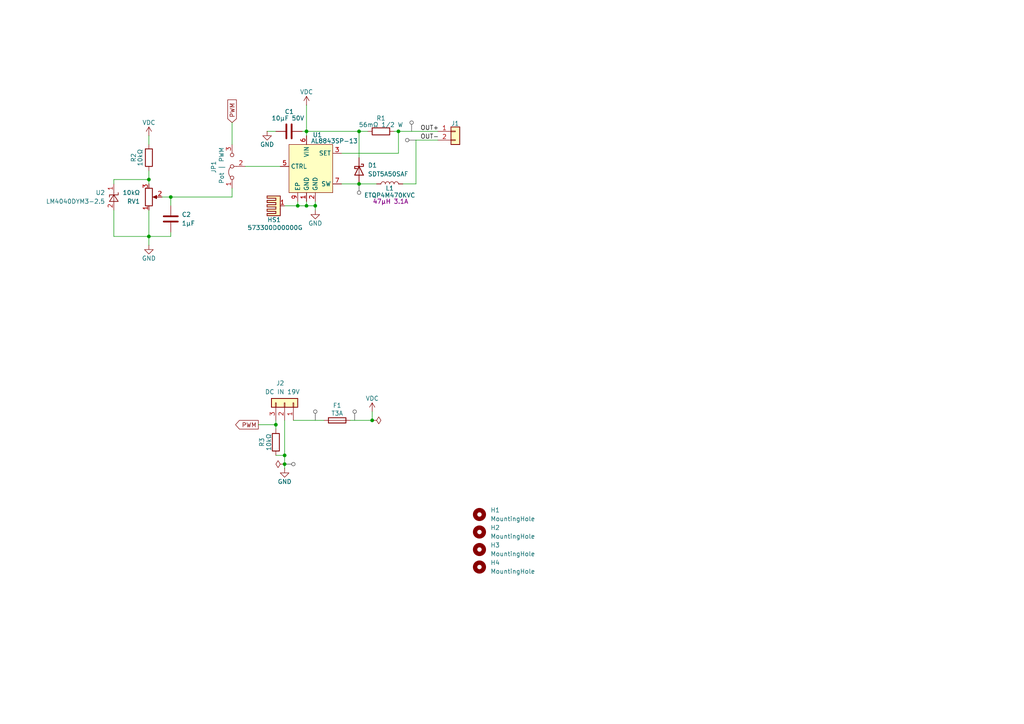
<source format=kicad_sch>
(kicad_sch (version 20231120) (generator "eeschema") (generator_version "8.0")
  (paper "A4")
  (lib_symbols
    (symbol "Connector_Generic:Conn_01x02" (pin_names (offset 1.016) hide)
      (property "Reference" "J" (at 0 2.54 0))
      (property "Value" "Conn_01x02" (at 0 -5.08 0))
      (symbol "Conn_01x02_1_1"
        (rectangle (start -1.27 -2.413) (end 0 -2.667) (stroke (width 0.1524)))
        (rectangle (start -1.27 0.127) (end 0 -0.127) (stroke (width 0.1524)))
        (rectangle (start -1.27 1.27) (end 1.27 -3.81) (stroke (width 0.254)) (fill (type background)))
        (pin passive line (at -5.08 0 0) (length 3.81) (name "Pin_1") (number "1"))
        (pin passive line (at -5.08 -2.54 0) (length 3.81) (name "Pin_2") (number "2"))
      )
    )
    (symbol "Connector_Generic:Conn_01x03" (pin_names (offset 1.016) hide)
      (property "Reference" "J" (at 0 5.08 0))
      (property "Value" "Conn_01x03" (at 0 -5.08 0))
      (symbol "Conn_01x03_1_1"
        (rectangle (start -1.27 -2.413) (end 0 -2.667) (stroke (width 0.1524)))
        (rectangle (start -1.27 0.127) (end 0 -0.127) (stroke (width 0.1524)))
        (rectangle (start -1.27 2.667) (end 0 2.413) (stroke (width 0.1524)))
        (rectangle (start -1.27 3.81) (end 1.27 -3.81) (stroke (width 0.254)) (fill (type background)))
        (pin passive line (at -5.08 2.54 0) (length 3.81) (name "Pin_1") (number "1"))
        (pin passive line (at -5.08 0 0) (length 3.81) (name "Pin_2") (number "2"))
        (pin passive line (at -5.08 -2.54 0) (length 3.81) (name "Pin_3") (number "3"))
      )
    )
    (symbol "Device:C" (pin_numbers hide) (pin_names (offset 0.254))
      (property "Reference" "C" (at 0.635 2.54 0))
      (property "Value" "C" (at 0.635 -2.54 0))
      (symbol "C_0_1"
        (polyline (pts (xy -2.032 -0.762) (xy 2.032 -0.762)) (stroke (width 0.508)))
        (polyline (pts (xy -2.032 0.762) (xy 2.032 0.762)) (stroke (width 0.508)))
      )
      (symbol "C_1_1"
        (pin passive line (at 0 3.81 270) (length 2.794) (name "~") (number "1"))
        (pin passive line (at 0 -3.81 90) (length 2.794) (name "~") (number "2"))
      )
    )
    (symbol "Device:Fuse" (pin_numbers hide) (pin_names (offset 0))
      (property "Reference" "F" (at 2.032 0 90))
      (property "Value" "Fuse" (at -1.905 0 90))
      (symbol "Fuse_0_1"
        (rectangle (start -0.762 -2.54) (end 0.762 2.54) (stroke (width 0.254)))
        (polyline (pts (xy 0 2.54) (xy 0 -2.54)))
      )
      (symbol "Fuse_1_1"
        (pin passive line (at 0 3.81 270) (length 1.27) (name "~") (number "1"))
        (pin passive line (at 0 -3.81 90) (length 1.27) (name "~") (number "2"))
      )
    )
    (symbol "Device:L" (pin_numbers hide) (pin_names (offset 1.016) hide)
      (property "Reference" "L" (at -1.27 0 90))
      (property "Value" "L" (at 1.905 0 90))
      (symbol "L_0_1"
        (arc (start 0 -2.54) (mid 0.6323 -1.905) (end 0 -1.27))
        (arc (start 0 -1.27) (mid 0.6323 -0.635) (end 0 0))
        (arc (start 0 0) (mid 0.6323 0.635) (end 0 1.27))
        (arc (start 0 1.27) (mid 0.6323 1.905) (end 0 2.54))
      )
      (symbol "L_1_1"
        (pin passive line (at 0 3.81 270) (length 1.27) (name "1") (number "1"))
        (pin passive line (at 0 -3.81 90) (length 1.27) (name "2") (number "2"))
      )
    )
    (symbol "Device:R" (pin_numbers hide) (pin_names (offset 0))
      (property "Reference" "R" (at 2.032 0 90))
      (property "Value" "R" (at 0 0 90))
      (symbol "R_0_1"
        (rectangle (start -1.016 -2.54) (end 1.016 2.54) (stroke (width 0.254)))
      )
      (symbol "R_1_1"
        (pin passive line (at 0 3.81 270) (length 1.27) (name "~") (number "1"))
        (pin passive line (at 0 -3.81 90) (length 1.27) (name "~") (number "2"))
      )
    )
    (symbol "Device:R_Potentiometer" (pin_names (offset 1.016) hide)
      (property "Reference" "RV" (at -4.445 0 90))
      (property "Value" "R_Potentiometer" (at -2.54 0 90))
      (symbol "R_Potentiometer_0_1"
        (polyline (pts (xy 2.54 0) (xy 1.524 0)))
        (polyline (pts (xy 1.143 0) (xy 2.286 0.508) (xy 2.286 -0.508) (xy 1.143 0)) (fill (type outline)))
        (rectangle (start 1.016 2.54) (end -1.016 -2.54) (stroke (width 0.254)))
      )
      (symbol "R_Potentiometer_1_1"
        (pin passive line (at 0 3.81 270) (length 1.27) (name "1") (number "1"))
        (pin passive line (at 3.81 0 180) (length 1.27) (name "2") (number "2"))
        (pin passive line (at 0 -3.81 90) (length 1.27) (name "3") (number "3"))
      )
    )
    (symbol "Jumper:Jumper_3_Bridged12" (pin_names (offset 0) hide) (exclude_from_sim yes) (in_bom no)
      (property "Reference" "JP" (at -2.54 -2.54 0))
      (property "Value" "Jumper_3_Bridged12" (at 0 2.794 0))
      (symbol "Jumper_3_Bridged12_0_0"
        (circle (center -3.302 0) (radius 0.508))
        (circle (center 0 0) (radius 0.508))
        (circle (center 3.302 0) (radius 0.508))
      )
      (symbol "Jumper_3_Bridged12_0_1"
        (arc (start -0.254 0.508) (mid -1.651 0.9912) (end -3.048 0.508))
        (polyline (pts (xy 0 -1.27) (xy 0 -0.508)))
      )
      (symbol "Jumper_3_Bridged12_1_1"
        (pin passive line (at -6.35 0 0) (length 2.54) (name "A") (number "1"))
        (pin passive line (at 0 -3.81 90) (length 2.54) (name "C") (number "2"))
        (pin passive line (at 6.35 0 180) (length 2.54) (name "B") (number "3"))
      )
    )
    (symbol "Mechanical:Heatsink_Pad" (pin_names (offset 0)) (exclude_from_sim yes)
      (property "Reference" "HS" (at 0 5.715 0))
      (property "Value" "Heatsink_Pad" (at 0 3.81 0))
      (symbol "Heatsink_Pad_0_1"
        (polyline (pts (xy -0.3302 0) (xy -0.9652 0) (xy -0.9652 2.54) (xy -1.6002 2.54) (xy -1.6002 0) (xy -2.2352 0) (xy -2.2352 2.54) (xy -2.8702 2.54) (xy -2.8702 -1.27) (xy -0.9652 -1.27)) (stroke (width 0.254)) (fill (type background)))
        (polyline (pts (xy -0.3302 0) (xy -0.3302 2.54) (xy 0.3048 2.54) (xy 0.3048 0) (xy 0.9398 0) (xy 0.9398 2.54) (xy 1.5748 2.54) (xy 1.5748 0) (xy 2.2098 0) (xy 2.2098 2.54) (xy 2.8448 2.54) (xy 2.8448 -1.27) (xy -0.9652 -1.27)) (stroke (width 0.254)) (fill (type background)))
      )
      (symbol "Heatsink_Pad_1_1"
        (pin passive line (at 0 -2.54 90) (length 1.27) (name "~") (number "1"))
      )
    )
    (symbol "Mechanical:MountingHole" (pin_names (offset 1.016))
      (property "Reference" "H" (at 0 5.08 0))
      (property "Value" "MountingHole" (at 0 3.175 0))
      (symbol "MountingHole_0_1"
        (circle (center 0 0) (radius 1.27) (stroke (width 1.27)))
      )
    )
    (symbol "Reference_Voltage:LM4040DBZ-2.5" (pin_names (offset 0.0254) hide)
      (property "Reference" "U" (at 0 2.54 0))
      (property "Value" "LM4040DBZ-2.5" (at 0 -3.175 0))
      (symbol "LM4040DBZ-2.5_0_1"
        (polyline (pts (xy -1.27 0) (xy 0 0) (xy 1.27 0)))
        (polyline (pts (xy -1.27 -1.27) (xy 0.635 0) (xy -1.27 1.27) (xy -1.27 -1.27)) (stroke (width 0.2032)))
        (polyline (pts (xy 0 -1.27) (xy 0.635 -1.27) (xy 0.635 1.27) (xy 1.27 1.27)) (stroke (width 0.2032)))
      )
      (symbol "LM4040DBZ-2.5_1_1"
        (pin passive line (at 3.81 0 180) (length 2.54) (name "K") (number "1"))
        (pin passive line (at -3.81 0 0) (length 2.54) (name "A") (number "2"))
        (pin no_connect line (at -1.27 0 0) (length 2.54) hide (name "NC") (number "3"))
      )
    )
    (symbol "Retronics_Discrete:SDT5A50SAF" (pin_numbers hide) (pin_names (offset 1.016) hide)
      (property "Reference" "D" (at 0 2.54 0))
      (property "Value" "SDT5A50SAF" (at 0 -2.54 0))
      (symbol "SDT5A50SAF_0_1"
        (polyline (pts (xy 1.27 0) (xy -1.27 0)))
        (polyline (pts (xy 1.27 1.27) (xy 1.27 -1.27) (xy -1.27 0) (xy 1.27 1.27)) (stroke (width 0.254)))
        (polyline (pts (xy -1.905 0.635) (xy -1.905 1.27) (xy -1.27 1.27) (xy -1.27 -1.27) (xy -0.635 -1.27) (xy -0.635 -0.635)) (stroke (width 0.254)))
      )
      (symbol "SDT5A50SAF_1_1"
        (pin passive line (at -3.81 0 0) (length 2.54) (name "K") (number "1"))
        (pin passive line (at 3.81 0 180) (length 2.54) (name "A") (number "2"))
      )
    )
    (symbol "Retronics_Integrated_Circuits:AL8843SP-13"
      (property "Reference" "U" (at 0 4.445 0))
      (property "Value" "AL8843SP-13" (at 1.27 1.905 0))
      (symbol "AL8843SP-13_1_1"
        (rectangle (start -12.7 0) (end 0 -13.97) (fill (type background)))
        (pin power_in line (at -7.62 -16.51 90) (length 2.54) (name "GND") (number "1"))
        (pin power_in line (at -5.08 -16.51 90) (length 2.54) (name "GND") (number "2"))
        (pin input line (at 2.54 -2.54 180) (length 2.54) (name "SET") (number "3"))
        (pin no_connect line (at 2.54 -6.35 180) (length 2.54) hide (name "NC") (number "4"))
        (pin input line (at -15.24 -6.35 0) (length 2.54) (name "CTRL") (number "5"))
        (pin power_in line (at -7.62 2.54 270) (length 2.54) (name "VIN") (number "6"))
        (pin output line (at 2.54 -11.43 180) (length 2.54) (name "SW") (number "7"))
        (pin passive line (at 2.54 -11.43 180) (length 2.54) hide (name "SW") (number "8"))
        (pin passive line (at -10.16 -16.51 90) (length 2.54) (name "EP") (number "9"))
      )
    )
    (symbol "power:GND" (power) (pin_numbers hide) (pin_names (offset 0) hide)
      (property "Value" "GND" (at 0 -3.81 0))
      (symbol "GND_0_1"
        (polyline (pts (xy 0 0) (xy 0 -1.27) (xy 1.27 -1.27) (xy 0 -2.54) (xy -1.27 -1.27) (xy 0 -1.27)))
      )
      (symbol "GND_1_1"
        (pin power_in line (at 0 0 270) (length 0) (name "~") (number "1"))
      )
    )
    (symbol "power:PWR_FLAG" (power) (pin_numbers hide) (pin_names (offset 0) hide)
      (property "Value" "PWR_FLAG" (at 0 3.81 0))
      (symbol "PWR_FLAG_0_0"
        (pin power_out line (at 0 0 90) (length 0) (name "~") (number "1"))
      )
      (symbol "PWR_FLAG_0_1"
        (polyline (pts (xy 0 0) (xy 0 1.27) (xy -1.016 1.905) (xy 0 2.54) (xy 1.016 1.905) (xy 0 1.27)))
      )
    )
    (symbol "power:VDC" (power) (pin_numbers hide) (pin_names (offset 0) hide)
      (property "Value" "VDC" (at 0 3.556 0))
      (symbol "VDC_0_1"
        (polyline (pts (xy -0.762 1.27) (xy 0 2.54)))
        (polyline (pts (xy 0 0) (xy 0 2.54)))
        (polyline (pts (xy 0 2.54) (xy 0.762 1.27)))
      )
      (symbol "VDC_1_1"
        (pin power_in line (at 0 0 90) (length 0) (name "~") (number "1"))
      )
    )
  )
  (junction (at 49.53 57.15))
  (junction (at 82.55 134.62))
  (junction (at 91.44 59.69))
  (junction (at 104.14 53.34))
  (junction (at 107.95 121.92))
  (junction (at 88.9 38.1))
  (junction (at 82.55 132.08))
  (junction (at 43.18 52.07))
  (junction (at 115.57 38.1))
  (junction (at 104.14 38.1))
  (junction (at 88.9 59.69))
  (junction (at 43.18 68.58))
  (junction (at 86.36 59.69))
  (junction (at 80.01 123.19))
  (wire (pts (xy 71.12 48.26) (xy 81.28 48.26)))
  (wire (pts (xy 82.55 121.92) (xy 82.55 132.08)))
  (wire (pts (xy 116.84 53.34) (xy 120.65 53.34)))
  (wire (pts (xy 88.9 38.1) (xy 88.9 39.37)))
  (wire (pts (xy 104.14 53.34) (xy 109.22 53.34)))
  (wire (pts (xy 91.44 58.42) (xy 91.44 59.69)))
  (wire (pts (xy 77.47 38.1) (xy 80.01 38.1)))
  (wire (pts (xy 88.9 38.1) (xy 104.14 38.1)))
  (wire (pts (xy 74.93 123.19) (xy 80.01 123.19)))
  (wire (pts (xy 120.65 53.34) (xy 120.65 40.64)))
  (wire (pts (xy 33.02 52.07) (xy 33.02 53.34)))
  (wire (pts (xy 43.18 52.07) (xy 43.18 53.34)))
  (wire (pts (xy 43.18 68.58) (xy 49.53 68.58)))
  (wire (pts (xy 43.18 52.07) (xy 33.02 52.07)))
  (wire (pts (xy 88.9 30.48) (xy 88.9 38.1)))
  (wire (pts (xy 91.44 59.69) (xy 91.44 60.96)))
  (wire (pts (xy 86.36 58.42) (xy 86.36 59.69)))
  (wire (pts (xy 114.3 38.1) (xy 115.57 38.1)))
  (wire (pts (xy 49.53 57.15) (xy 67.31 57.15)))
  (wire (pts (xy 104.14 38.1) (xy 106.68 38.1)))
  (wire (pts (xy 46.99 57.15) (xy 49.53 57.15)))
  (wire (pts (xy 99.06 44.45) (xy 115.57 44.45)))
  (wire (pts (xy 104.14 38.1) (xy 104.14 45.72)))
  (wire (pts (xy 99.06 53.34) (xy 104.14 53.34)))
  (wire (pts (xy 43.18 60.96) (xy 43.18 68.58)))
  (wire (pts (xy 115.57 38.1) (xy 127 38.1)))
  (wire (pts (xy 91.44 59.69) (xy 88.9 59.69)))
  (wire (pts (xy 80.01 121.92) (xy 80.01 123.19)))
  (wire (pts (xy 101.6 121.92) (xy 107.95 121.92)))
  (wire (pts (xy 86.36 59.69) (xy 88.9 59.69)))
  (wire (pts (xy 82.55 132.08) (xy 82.55 134.62)))
  (wire (pts (xy 85.09 121.92) (xy 93.98 121.92)))
  (wire (pts (xy 43.18 49.53) (xy 43.18 52.07)))
  (wire (pts (xy 115.57 44.45) (xy 115.57 38.1)))
  (wire (pts (xy 49.53 67.31) (xy 49.53 68.58)))
  (wire (pts (xy 120.65 40.64) (xy 127 40.64)))
  (wire (pts (xy 107.95 119.38) (xy 107.95 121.92)))
  (wire (pts (xy 80.01 132.08) (xy 82.55 132.08)))
  (wire (pts (xy 67.31 57.15) (xy 67.31 54.61)))
  (wire (pts (xy 88.9 58.42) (xy 88.9 59.69)))
  (wire (pts (xy 43.18 39.37) (xy 43.18 41.91)))
  (wire (pts (xy 49.53 57.15) (xy 49.53 59.69)))
  (wire (pts (xy 82.55 135.89) (xy 82.55 134.62)))
  (wire (pts (xy 33.02 68.58) (xy 43.18 68.58)))
  (wire (pts (xy 87.63 38.1) (xy 88.9 38.1)))
  (wire (pts (xy 67.31 35.56) (xy 67.31 41.91)))
  (wire (pts (xy 80.01 123.19) (xy 80.01 124.46)))
  (wire (pts (xy 82.55 59.69) (xy 86.36 59.69)))
  (wire (pts (xy 33.02 60.96) (xy 33.02 68.58)))
  (wire (pts (xy 43.18 68.58) (xy 43.18 71.12)))
  (label "OUT+" (at 121.92 38.1 0))
  (label "OUT-" (at 121.92 40.64 0))
  (global_label "PWM" (shape input) (at 67.31 35.56 90) (property "Intersheetrefs" "${INTERSHEET_REFS}" (effects (hide yes))))
  (global_label "PWM" (shape output) (at 74.93 123.19 180) (property "Intersheetrefs" "${INTERSHEET_REFS}" (effects (hide yes))))
  (netclass_flag "" (length 2.54) (shape round) (at 91.44 121.92 0) (property "Netclass" "Power" (effects (hide yes))))
  (netclass_flag "" (length 2.54) (shape round) (at 120.65 40.64 90) (property "Netclass" "Power" (effects (hide yes))))
  (netclass_flag "" (length 2.54) (shape round) (at 82.55 134.62 270) (property "Netclass" "Power" (effects (hide yes))))
  (netclass_flag "" (length 2.54) (shape round) (at 104.14 53.34 180) (property "Netclass" "Power" (effects (hide yes))))
  (netclass_flag "" (length 2.54) (shape round) (at 119.38 38.1 0) (property "Netclass" "Power" (effects (hide yes))))
  (netclass_flag "" (length 2.54) (shape round) (at 102.87 121.92 0) (property "Netclass" "Power" (effects (hide yes))))
  (symbol (lib_id "power:GND") (at 43.18 71.12 0) (unit 1)
    (property "Reference" "#PWR5" (effects (hide yes)))
    (property "Value" "GND" (at 43.18 74.93 0))
    (property "Description" "Power symbol creates a global label with name \"GND\" , ground" (effects (hide yes)))
  )
  (symbol (lib_id "Mechanical:MountingHole") (at 139.065 159.385 0) (unit 1)
    (property "Reference" "H3" (at 142.24 158.115 0) (effects (justify left)))
    (property "Value" "MountingHole" (at 142.24 160.655 0) (effects (justify left)))
    (property "Footprint" "MountingHole:MountingHole_3.2mm_M3" (effects (hide yes)))
  )
  (symbol (lib_id "Reference_Voltage:LM4040DBZ-2.5") (at 33.02 57.15 270) (mirror x) (unit 1)
    (property "Reference" "U2" (at 30.48 55.8799 90) (effects (justify right)))
    (property "Value" "LM4040DYM3-2.5" (at 30.48 58.4199 90) (effects (justify right)))
    (property "Footprint" "Package_TO_SOT_SMD:SOT-23" (effects (hide yes)))
    (property "Datasheet" "http://www.ti.com/lit/ds/symlink/lm4040-n.pdf" (effects (hide yes)))
    (property "Description" "2.500V Precision Micropower Shunt Voltage Reference, SOT-23" (effects (hide yes)))
  )
  (symbol (lib_id "Jumper:Jumper_3_Bridged12") (at 67.31 48.26 90) (unit 1) (exclude_from_sim yes) (in_bom no)
    (property "Reference" "JP1" (at 61.976 50.292 0) (effects (justify left)))
    (property "Value" "Pot | PWM" (at 64.262 53.34 0) (effects (justify left)))
    (property "Footprint" "Connector_PinHeader_2.54mm:PinHeader_1x03_P2.54mm_Vertical" (effects (hide yes)))
    (property "Description" "Jumper, 3-pole, pins 1+2 closed/bridged" (effects (hide yes)))
  )
  (symbol (lib_id "Mechanical:Heatsink_Pad") (at 80.01 59.69 90) (unit 1) (exclude_from_sim yes)
    (property "Reference" "HS1" (at 79.502 63.754 90))
    (property "Value" "573300D00000G" (at 79.756 66.04 90))
    (property "Footprint" "Retronics_Hardware:Heatsink-573300D00000G" (effects (hide yes)))
    (property "Description" "Heatsink with electrical connection, 1 pin" (effects (hide yes)))
  )
  (symbol (lib_id "Connector_Generic:Conn_01x03") (at 82.55 116.84 270) (mirror x) (unit 1)
    (property "Reference" "J2" (at 81.28 111.125 90))
    (property "Value" "DC IN 19V" (at 81.915 113.665 90))
    (property "Footprint" "Retronics_Connectors:Pluggable_DB2ERC-5.08-3P-BK" (effects (hide yes)))
    (property "Description" "Generic connector, single row, 01x03, script generated (kicad-library-utils/schlib/autogen/connector/)" (effects (hide yes)))
  )
  (symbol (lib_id "power:GND") (at 91.44 60.96 0) (unit 1)
    (property "Reference" "#PWR4" (effects (hide yes)))
    (property "Value" "GND" (at 91.44 64.77 0))
    (property "Description" "Power symbol creates a global label with name \"GND\" , ground" (effects (hide yes)))
  )
  (symbol (lib_id "Connector_Generic:Conn_01x02") (at 132.08 38.1 0) (unit 1)
    (property "Reference" "J1" (at 130.81 35.814 0) (effects (justify left)))
    (property "Value" "Conn_01x02" (effects (hide yes)))
    (property "Footprint" "Retronics_Connectors:ScrewTerminal_DB128L-5.08-2P-BK-S" (effects (hide yes)))
  )
  (symbol (lib_id "power:VDC") (at 88.9 30.48 0) (unit 1)
    (property "Reference" "#PWR1" (effects (hide yes)))
    (property "Value" "VDC" (at 88.9 26.67 0))
    (property "Description" "Power symbol creates a global label with name \"VDC\"" (effects (hide yes)))
  )
  (symbol (lib_id "Mechanical:MountingHole") (at 139.065 149.225 0) (unit 1)
    (property "Reference" "H1" (at 142.24 147.955 0) (effects (justify left)))
    (property "Value" "MountingHole" (at 142.24 150.495 0) (effects (justify left)))
    (property "Footprint" "MountingHole:MountingHole_3.2mm_M3" (effects (hide yes)))
  )
  (symbol (lib_id "Device:R") (at 110.49 38.1 90) (unit 1)
    (property "Reference" "R1" (at 110.49 34.29 90))
    (property "Value" "56mΩ 1/2 W" (at 110.49 36.195 90))
    (property "Footprint" "Retronics_Passives:R_1206_3216Metric_Pad1.30x1.75mm_HandSolder" (effects (hide yes)))
  )
  (symbol (lib_id "power:GND") (at 82.55 135.89 0) (unit 1)
    (property "Reference" "#PWR7" (effects (hide yes)))
    (property "Value" "GND" (at 82.55 139.7 0))
    (property "Description" "Power symbol creates a global label with name \"GND\" , ground" (effects (hide yes)))
  )
  (symbol (lib_id "power:VDC") (at 43.18 39.37 0) (unit 1)
    (property "Reference" "#PWR3" (effects (hide yes)))
    (property "Value" "VDC" (at 43.18 35.56 0))
    (property "Description" "Power symbol creates a global label with name \"VDC\"" (effects (hide yes)))
  )
  (symbol (lib_id "Device:L") (at 113.03 53.34 270) (mirror x) (unit 1)
    (property "Reference" "L1" (at 113.03 54.61 90))
    (property "Value" "ETQP4M470KVC" (at 113.03 56.642 90))
    (property "Footprint" "Retronics_Passives:ETQ-P4M_KVC" (effects (hide yes)))
    (property "Comments" "47µH 3.1A" (at 113.284 58.42 90))
  )
  (symbol (lib_id "Retronics_Integrated_Circuits:AL8843SP-13") (at 96.52 41.91 0) (unit 1)
    (property "Reference" "U1" (at 90.678 39.116 0) (effects (justify left)))
    (property "Value" "AL8843SP-13" (at 90.17 40.894 0) (effects (justify left)))
    (property "Footprint" "Retronics_IC:SOIC127P600X155-9N" (effects (hide yes)))
    (property "Description" "LED Dimmer" (effects (hide yes)))
  )
  (symbol (lib_id "Mechanical:MountingHole") (at 139.065 154.305 0) (unit 1)
    (property "Reference" "H2" (at 142.24 153.035 0) (effects (justify left)))
    (property "Value" "MountingHole" (at 142.24 155.575 0) (effects (justify left)))
    (property "Footprint" "MountingHole:MountingHole_3.2mm_M3" (effects (hide yes)))
  )
  (symbol (lib_id "power:VDC") (at 107.95 119.38 0) (unit 1)
    (property "Reference" "#PWR6" (effects (hide yes)))
    (property "Value" "VDC" (at 107.95 115.57 0))
    (property "Description" "Power symbol creates a global label with name \"VDC\"" (effects (hide yes)))
  )
  (symbol (lib_id "Device:C") (at 49.53 63.5 0) (unit 1)
    (property "Reference" "C2" (at 52.705 62.23 0) (effects (justify left)))
    (property "Value" "1µF" (at 52.705 64.77 0) (effects (justify left)))
    (property "Footprint" "Resistor_SMD:R_0805_2012Metric_Pad1.20x1.40mm_HandSolder" (effects (hide yes)))
  )
  (symbol (lib_id "Mechanical:MountingHole") (at 139.065 164.465 0) (unit 1)
    (property "Reference" "H4" (at 142.24 163.195 0) (effects (justify left)))
    (property "Value" "MountingHole" (at 142.24 165.735 0) (effects (justify left)))
    (property "Footprint" "MountingHole:MountingHole_3.2mm_M3" (effects (hide yes)))
  )
  (symbol (lib_id "Retronics_Discrete:SDT5A50SAF") (at 104.14 49.53 270) (unit 1)
    (property "Reference" "D1" (at 106.68 47.9425 90) (effects (justify left)))
    (property "Value" "SDT5A50SAF" (at 106.68 50.4825 90) (effects (justify left)))
    (property "Footprint" "Retronics_Discrete:SDT5A50SAF-13" (effects (hide yes)))
  )
  (symbol (lib_id "Device:R") (at 80.01 128.27 0) (unit 1)
    (property "Reference" "R3" (at 75.946 128.27 90))
    (property "Value" "10kΩ" (at 77.978 128.27 90))
    (property "Footprint" "Retronics_Passives:R_0805_2012Metric_Pad1.20x1.40mm_HandSolder" (effects (hide yes)))
  )
  (symbol (lib_id "power:PWR_FLAG") (at 107.95 121.92 270) (unit 1)
    (property "Reference" "#FLG1" (effects (hide yes)))
    (property "Value" "PWR_FLAG" (effects (hide yes)))
    (property "Description" "Special symbol for telling ERC where power comes from" (effects (hide yes)))
  )
  (symbol (lib_id "Device:C") (at 83.82 38.1 270) (mirror x) (unit 1)
    (property "Reference" "C1" (at 82.55 32.385 90) (effects (justify left)))
    (property "Value" "10µF 50V" (at 78.74 34.29 90) (effects (justify left)))
    (property "Footprint" "Capacitor_SMD:C_0805_2012Metric_Pad1.18x1.45mm_HandSolder" (effects (hide yes)))
  )
  (symbol (lib_id "Device:R_Potentiometer") (at 43.18 57.15 0) (mirror x) (unit 1)
    (property "Reference" "RV1" (at 40.64 58.42 0) (effects (justify right)))
    (property "Value" "10kΩ" (at 40.64 55.88 0) (effects (justify right)))
    (property "Footprint" "Retronics_Passives:Potentiometer_Bourns_PTV09A-2_Single_Horizontal" (effects (hide yes)))
  )
  (symbol (lib_id "power:GND") (at 77.47 38.1 0) (mirror y) (unit 1)
    (property "Reference" "#PWR2" (effects (hide yes)))
    (property "Value" "GND" (at 77.47 41.91 0))
    (property "Description" "Power symbol creates a global label with name \"GND\" , ground" (effects (hide yes)))
  )
  (symbol (lib_id "Device:R") (at 43.18 45.72 180) (unit 1)
    (property "Reference" "R2" (at 38.735 45.72 90))
    (property "Value" "10kΩ" (at 40.64 45.72 90))
    (property "Footprint" "Retronics_Passives:R_0805_2012Metric_Pad1.20x1.40mm_HandSolder" (effects (hide yes)))
  )
  (symbol (lib_id "power:PWR_FLAG") (at 82.55 134.62 90) (unit 1)
    (property "Reference" "#FLG2" (effects (hide yes)))
    (property "Value" "PWR_FLAG" (effects (hide yes)))
    (property "Description" "Special symbol for telling ERC where power comes from" (effects (hide yes)))
  )
  (symbol (lib_id "Device:Fuse") (at 97.79 121.92 90) (unit 1)
    (property "Reference" "F1" (at 97.79 117.602 90))
    (property "Value" "T3A" (at 97.79 119.888 90))
    (property "Footprint" "Retronics_Protection:Fuse_1206_3216Metric_Pad1.42x1.75mm_HandSolder" (effects (hide yes)))
  )
)
</source>
